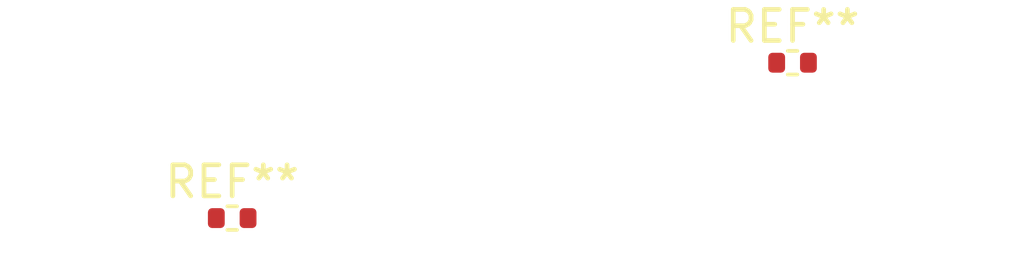
<source format=kicad_pcb>
(kicad_pcb (version 20240108) (generator "pcbnew") (generator_version "8.0")
  (layers (0 "F.Cu" signal) (31 "B.Cu" signal) (34 "B.Paste" user) (35 "F.Paste" user) (36 "B.SilkS" user "B.Silkscreen") (37 "F.SilkS" user "F.Silkscreen") (38 "B.Mask" user) (39 "F.Mask" user) (44 "Edge.Cuts" user))
  (net 0 "")
  (footprint "Resistor_SMD:R_0402_1005Metric" (layer "F.Cu") (at 108 61)
    (property "Reference" "REF**" (at 0 -1.17 0) (layer "F.SilkS"))
    (property "Value" "R_0402_1005Metric")
    (fp_line (start -0.153641 -0.38) (end 0.153641 -0.38) (stroke (width 0.12)) (layer "F.SilkS"))
    (fp_line (start -0.153641 0.38) (end 0.153641 0.38) (stroke (width 0.12)) (layer "F.SilkS"))
    (pad "1" smd roundrect (at -0.51 0) (size 0.54 0.64) (layers "F.Cu" "F.Paste" "F.Mask"))
    (pad "2" smd roundrect (at 0.51 0) (size 0.54 0.64) (layers "F.Cu" "F.Paste" "F.Mask"))
  )
  (footprint "Resistor_SMD:R_0402_1005Metric" (layer "F.Cu") (at 90 66)
    (property "Reference" "REF**" (at 0 -1.17 0) (layer "F.SilkS"))
    (property "Value" "R_0402_1005Metric")
    (fp_line (start -0.153641 -0.38) (end 0.153641 -0.38) (stroke (width 0.12)) (layer "F.SilkS"))
    (fp_line (start -0.153641 0.38) (end 0.153641 0.38) (stroke (width 0.12)) (layer "F.SilkS"))
    (pad "1" smd roundrect (at -0.51 0) (size 0.54 0.64) (layers "F.Cu" "F.Paste" "F.Mask"))
    (pad "2" smd roundrect (at 0.51 0) (size 0.54 0.64) (layers "F.Cu" "F.Paste" "F.Mask"))
  )
)
</source>
